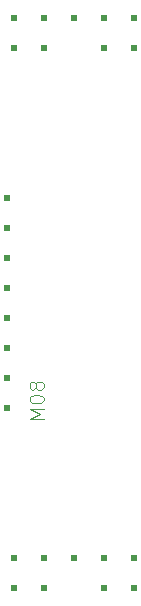
<source format=gbr>
G04 #@! TF.GenerationSoftware,KiCad,Pcbnew,(5.1.5)-3*
G04 #@! TF.CreationDate,2020-03-15T11:03:17-07:00*
G04 #@! TF.ProjectId,bbf-thonkjacks,6262662d-7468-46f6-9e6b-6a61636b732e,rev?*
G04 #@! TF.SameCoordinates,Original*
G04 #@! TF.FileFunction,Other,Fab,Top*
%FSLAX46Y46*%
G04 Gerber Fmt 4.6, Leading zero omitted, Abs format (unit mm)*
G04 Created by KiCad (PCBNEW (5.1.5)-3) date 2020-03-15 11:03:17*
%MOMM*%
%LPD*%
G04 APERTURE LIST*
%ADD10C,0.100000*%
%ADD11C,0.096520*%
G04 APERTURE END LIST*
D10*
G04 #@! TO.C,JP1*
G36*
X149390100Y-81122638D02*
G01*
X149390100Y-80614638D01*
X148882100Y-80614638D01*
X148882100Y-81122638D01*
X149390100Y-81122638D01*
G37*
G36*
X149390100Y-83662638D02*
G01*
X149390100Y-83154638D01*
X148882100Y-83154638D01*
X148882100Y-83662638D01*
X149390100Y-83662638D01*
G37*
G36*
X151930100Y-83662638D02*
G01*
X151930100Y-83154638D01*
X151422100Y-83154638D01*
X151422100Y-83662638D01*
X151930100Y-83662638D01*
G37*
G36*
X151930100Y-81122638D02*
G01*
X151930100Y-80614638D01*
X151422100Y-80614638D01*
X151422100Y-81122638D01*
X151930100Y-81122638D01*
G37*
G36*
X146850100Y-81122638D02*
G01*
X146850100Y-80614638D01*
X146342100Y-80614638D01*
X146342100Y-81122638D01*
X146850100Y-81122638D01*
G37*
G36*
X144310100Y-83662638D02*
G01*
X144310100Y-83154638D01*
X143802100Y-83154638D01*
X143802100Y-83662638D01*
X144310100Y-83662638D01*
G37*
G36*
X144310100Y-81122638D02*
G01*
X144310100Y-80614638D01*
X143802100Y-80614638D01*
X143802100Y-81122638D01*
X144310100Y-81122638D01*
G37*
G36*
X141770100Y-81122638D02*
G01*
X141770100Y-80614638D01*
X141262100Y-80614638D01*
X141262100Y-81122638D01*
X141770100Y-81122638D01*
G37*
G36*
X141770100Y-83662638D02*
G01*
X141770100Y-83154638D01*
X141262100Y-83154638D01*
X141262100Y-83662638D01*
X141770100Y-83662638D01*
G37*
G04 #@! TO.C,JP3*
G36*
X149390100Y-126842638D02*
G01*
X149390100Y-126334638D01*
X148882100Y-126334638D01*
X148882100Y-126842638D01*
X149390100Y-126842638D01*
G37*
G36*
X149390100Y-129382638D02*
G01*
X149390100Y-128874638D01*
X148882100Y-128874638D01*
X148882100Y-129382638D01*
X149390100Y-129382638D01*
G37*
G36*
X151930100Y-129382638D02*
G01*
X151930100Y-128874638D01*
X151422100Y-128874638D01*
X151422100Y-129382638D01*
X151930100Y-129382638D01*
G37*
G36*
X151930100Y-126842638D02*
G01*
X151930100Y-126334638D01*
X151422100Y-126334638D01*
X151422100Y-126842638D01*
X151930100Y-126842638D01*
G37*
G36*
X146850100Y-126842638D02*
G01*
X146850100Y-126334638D01*
X146342100Y-126334638D01*
X146342100Y-126842638D01*
X146850100Y-126842638D01*
G37*
G36*
X144310100Y-129382638D02*
G01*
X144310100Y-128874638D01*
X143802100Y-128874638D01*
X143802100Y-129382638D01*
X144310100Y-129382638D01*
G37*
G36*
X144310100Y-126842638D02*
G01*
X144310100Y-126334638D01*
X143802100Y-126334638D01*
X143802100Y-126842638D01*
X144310100Y-126842638D01*
G37*
G36*
X141770100Y-126842638D02*
G01*
X141770100Y-126334638D01*
X141262100Y-126334638D01*
X141262100Y-126842638D01*
X141770100Y-126842638D01*
G37*
G36*
X141770100Y-129382638D02*
G01*
X141770100Y-128874638D01*
X141262100Y-128874638D01*
X141262100Y-129382638D01*
X141770100Y-129382638D01*
G37*
G04 #@! TO.C,JP2*
G36*
X141135100Y-96362638D02*
G01*
X141135100Y-95854638D01*
X140627100Y-95854638D01*
X140627100Y-96362638D01*
X141135100Y-96362638D01*
G37*
G36*
X141135100Y-114142638D02*
G01*
X141135100Y-113634638D01*
X140627100Y-113634638D01*
X140627100Y-114142638D01*
X141135100Y-114142638D01*
G37*
G36*
X141135100Y-111602638D02*
G01*
X141135100Y-111094638D01*
X140627100Y-111094638D01*
X140627100Y-111602638D01*
X141135100Y-111602638D01*
G37*
G36*
X141135100Y-109062638D02*
G01*
X141135100Y-108554638D01*
X140627100Y-108554638D01*
X140627100Y-109062638D01*
X141135100Y-109062638D01*
G37*
G36*
X141135100Y-106522638D02*
G01*
X141135100Y-106014638D01*
X140627100Y-106014638D01*
X140627100Y-106522638D01*
X141135100Y-106522638D01*
G37*
G36*
X141135100Y-103982638D02*
G01*
X141135100Y-103474638D01*
X140627100Y-103474638D01*
X140627100Y-103982638D01*
X141135100Y-103982638D01*
G37*
G36*
X141135100Y-101442638D02*
G01*
X141135100Y-100934638D01*
X140627100Y-100934638D01*
X140627100Y-101442638D01*
X141135100Y-101442638D01*
G37*
G36*
X141135100Y-98902638D02*
G01*
X141135100Y-98394638D01*
X140627100Y-98394638D01*
X140627100Y-98902638D01*
X141135100Y-98902638D01*
G37*
G04 #@! TD*
G04 #@! TO.C,JP2*
D11*
X143998647Y-114808638D02*
X142792147Y-114808638D01*
X143653933Y-114406471D01*
X142792147Y-114004304D01*
X143998647Y-114004304D01*
X142792147Y-113199971D02*
X142792147Y-113085066D01*
X142849600Y-112970161D01*
X142907052Y-112912709D01*
X143021957Y-112855257D01*
X143251766Y-112797804D01*
X143539028Y-112797804D01*
X143768838Y-112855257D01*
X143883742Y-112912709D01*
X143941195Y-112970161D01*
X143998647Y-113085066D01*
X143998647Y-113199971D01*
X143941195Y-113314876D01*
X143883742Y-113372328D01*
X143768838Y-113429780D01*
X143539028Y-113487233D01*
X143251766Y-113487233D01*
X143021957Y-113429780D01*
X142907052Y-113372328D01*
X142849600Y-113314876D01*
X142792147Y-113199971D01*
X143309219Y-112108376D02*
X143251766Y-112223280D01*
X143194314Y-112280733D01*
X143079409Y-112338185D01*
X143021957Y-112338185D01*
X142907052Y-112280733D01*
X142849600Y-112223280D01*
X142792147Y-112108376D01*
X142792147Y-111878566D01*
X142849600Y-111763661D01*
X142907052Y-111706209D01*
X143021957Y-111648757D01*
X143079409Y-111648757D01*
X143194314Y-111706209D01*
X143251766Y-111763661D01*
X143309219Y-111878566D01*
X143309219Y-112108376D01*
X143366671Y-112223280D01*
X143424123Y-112280733D01*
X143539028Y-112338185D01*
X143768838Y-112338185D01*
X143883742Y-112280733D01*
X143941195Y-112223280D01*
X143998647Y-112108376D01*
X143998647Y-111878566D01*
X143941195Y-111763661D01*
X143883742Y-111706209D01*
X143768838Y-111648757D01*
X143539028Y-111648757D01*
X143424123Y-111706209D01*
X143366671Y-111763661D01*
X143309219Y-111878566D01*
G04 #@! TD*
M02*

</source>
